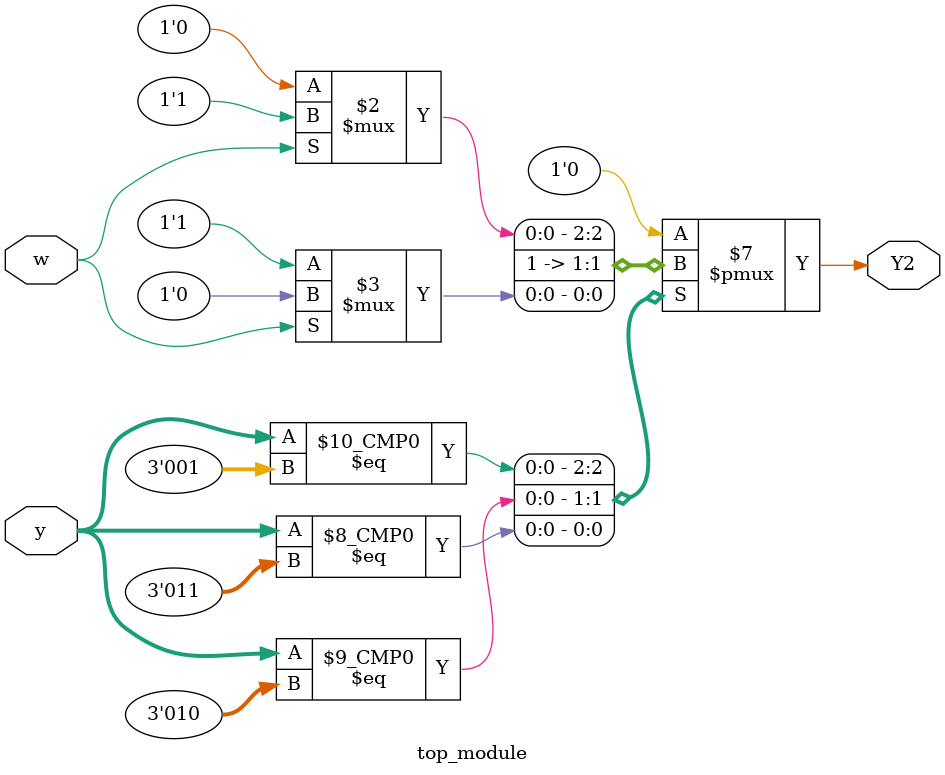
<source format=sv>
module top_module(
    input [3:1] y,
    input w,
    output reg Y2);

    // State encoding
    parameter A = 3'b000;
    parameter B = 3'b001;
    parameter C = 3'b010;
    parameter D = 3'b011;
    parameter E = 3'b100;
    parameter F = 3'b101;

    always @(*) begin
        case (y)
            A: Y2 = 1'b0; // Next state will be A or B, both have y[2] = 0
            B: Y2 = w ? 1'b1 : 1'b0; // Next state D (011) if w = 1, else C (010), hence y[2] = w
            C: Y2 = 1'b1; // Next state will be D or E, both have y[2] = 1
            D: Y2 = w ? 1'b0 : 1'b1; // Next state A (000) if w = 1, else F (101), hence y[2] = ~w
            E: Y2 = 1'b0; // Next state will be E or D, E (100) has y[2] = 1, D (011) has y[2] = 0
            F: Y2 = 1'b0; // Next state will be C or D, C (010) has y[2] = 1, D (011) has y[2] = 1
            default: Y2 = 1'b0;
        endcase
    end

endmodule

</source>
